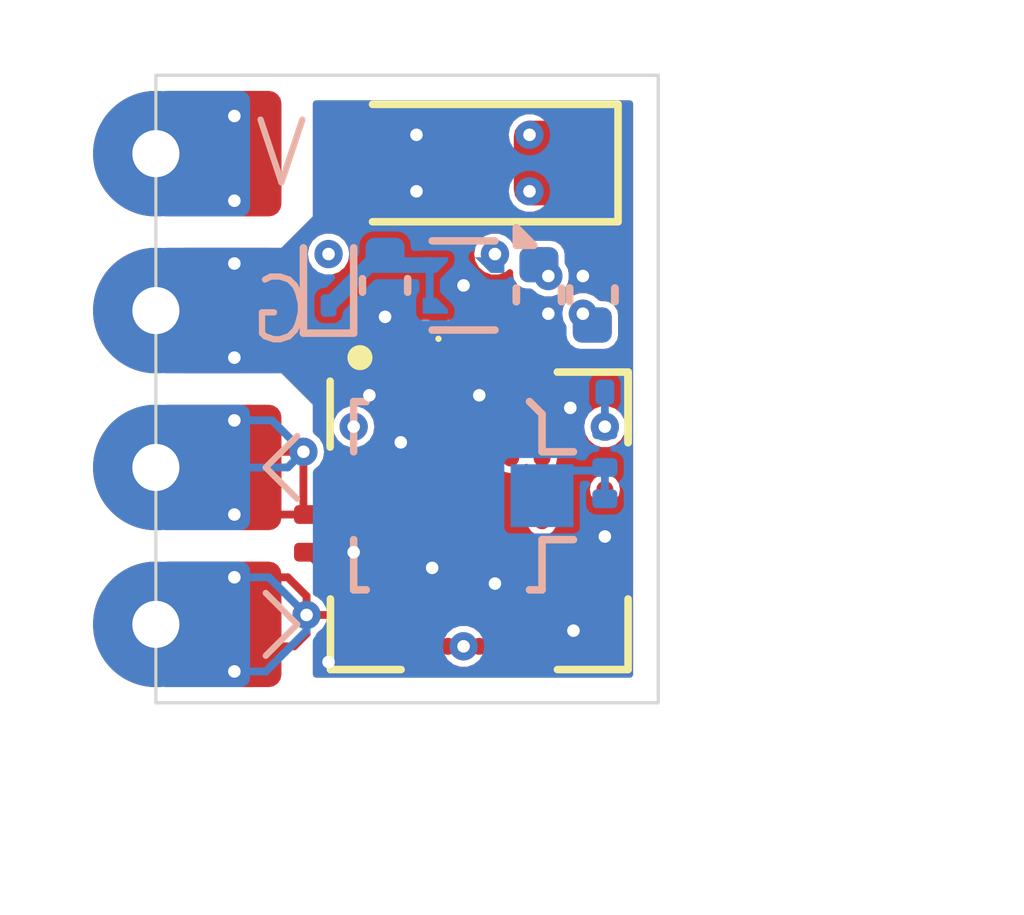
<source format=kicad_pcb>
(kicad_pcb (version 20240108) (generator "pcbnew") (generator_version "8.0")
  (layers (0 "F.Cu" signal) (1 "In1.Cu" power "In1.Cu_Gnd") (2 "In2.Cu" power "In2.Cu_3V3") (3 "In3.Cu" power "In3.Cu_3V3") (4 "In4.Cu" power "In4.Cu_Gnd") (31 "B.Cu" signal) (34 "B.Paste" user) (35 "F.Paste" user) (36 "B.SilkS" user "B.Silkscreen") (37 "F.SilkS" user "F.Silkscreen") (38 "B.Mask" user) (39 "F.Mask" user) (44 "Edge.Cuts" user))
  (net 0 "")
  (net 1 "GND")
  (net 2 "+5V")
  (net 3 "+3V3")
  (net 4 "Net-(D1-A)")
  (net 5 "Net-(J1-In)")
  (net 6 "Net-(R1-Pad1)")
  (net 7 "GNSS_Tx")
  (net 8 "GNSS_Rx")
  (net 9 "Net-(U1-Reserved-PadD2)")
  (net 28 "Net-(D2-K)")
  (net 29 "Net-(D2-A)")
  (net 31 "Net-(U1-RF_IN)")
  (footprint "PicoM10:LED_0201_0603Metric_mod" (layer "F.Cu") (at 105.05 104.2)
    (property "Reference" "D2" (hide yes))
    (property "Value" "LED")
    (fp_circle (center -0.55 0) (end -0.499999 0) (fill solid) (layer "F.SilkS"))
    (pad "1" smd roundrect (at -0.3 0) (size 0.3 0.4) (layers "F.Cu" "F.Paste" "F.Mask") (net 28 "Net-(D2-K)"))
    (pad "2" smd roundrect (at 0.3 0) (size 0.3 0.4) (layers "F.Cu" "F.Paste" "F.Mask") (net 29 "Net-(D2-A)"))
  )
  (footprint "PicoM10:R_0201_0603Metric_mod" (layer "F.Cu") (at 102.4 107.3 -90)
    (property "Reference" "R1" (hide yes))
    (property "Value" "1k")
    (pad "1" smd roundrect (at -0.3 0 270) (size 0.3 0.4) (layers "F.Cu" "F.Paste" "F.Mask") (net 6 "Net-(R1-Pad1)"))
    (pad "2" smd roundrect (at 0.3 0 270) (size 0.3 0.4) (layers "F.Cu" "F.Paste" "F.Mask") (net 7 "GNSS_Tx"))
  )
  (footprint "PicoM10:R_0201_0603Metric_mod" (layer "F.Cu") (at 103.95 104.2)
    (property "Reference" "R2" (hide yes))
    (property "Value" "1k")
    (pad "1" smd roundrect (at -0.3 0) (size 0.3 0.4) (layers "F.Cu" "F.Paste" "F.Mask") (net 1 "GND"))
    (pad "2" smd roundrect (at 0.3 0) (size 0.3 0.4) (layers "F.Cu" "F.Paste" "F.Mask") (net 28 "Net-(D2-K)"))
  )
  (footprint "PicoM10:solderpad_castellated_2x2mm" (layer "F.Cu") (at 100 108.75)
    (property "Reference" "TP4" (hide yes))
    (property "Value" "Rx_in")
    (pad "1" thru_hole circle (at 0 0) (size 2 2) (drill 0.75) (layers "*.Cu" "*.Mask") (net 8 "GNSS_Rx"))
    (pad "1" smd roundrect (at 0.75 0) (size 1.5 2) (layers "B.Cu" "B.Mask") (roundrect_rratio 0.1) (net 8 "GNSS_Rx"))
    (pad "1" smd roundrect (at 1 0) (size 2 2) (layers "F.Cu" "F.Mask") (roundrect_rratio 0.1) (net 8 "GNSS_Rx"))
  )
  (footprint "Capacitor_Tantalum_SMD:CP_EIA-3216-10_Kemet-I" (layer "F.Cu") (at 105.05 101.4 180)
    (property "Reference" "C6" (hide yes))
    (property "Value" "100uF")
    (fp_line (start 1.6 -0.935) (end -2.31 -0.935) (stroke (width 0.12)) (layer "F.SilkS"))
    (fp_line (start -2.31 0.935) (end 1.6 0.935) (stroke (width 0.12)) (layer "F.SilkS"))
    (fp_line (start -2.31 -0.935) (end -2.31 0.935) (stroke (width 0.12)) (layer "F.SilkS"))
    (pad "1" smd roundrect (at -1.35 0 180) (size 1.4 1.35) (layers "F.Cu" "F.Paste" "F.Mask") (roundrect_rratio 0.185185) (net 3 "+3V3"))
    (pad "2" smd roundrect (at 1.35 0 180) (size 1.4 1.35) (layers "F.Cu" "F.Paste" "F.Mask") (roundrect_rratio 0.185185) (net 1 "GND"))
  )
  (footprint "PicoM10:solderpad_castellated_2x2mm" (layer "F.Cu") (at 100 103.75)
    (property "Reference" "TP2" (hide yes))
    (property "Value" "Gnd")
    (pad "1" thru_hole circle (at 0 0) (size 2 2) (drill 0.75) (layers "*.Cu" "*.Mask") (net 1 "GND"))
    (pad "1" smd roundrect (at 0.75 0) (size 1.5 2) (layers "B.Cu" "B.Mask") (roundrect_rratio 0.1) (net 1 "GND"))
    (pad "1" smd roundrect (at 1 0) (size 2 2) (layers "F.Cu" "F.Mask") (roundrect_rratio 0.1) (net 1 "GND"))
  )
  (footprint "Capacitor_SMD:C_0402_1005Metric" (layer "F.Cu") (at 106.1 103.5 -90)
    (property "Reference" "C5" (hide yes))
    (property "Value" "10uF")
    (fp_line (start -0.107836 0.36) (end 0.107836 0.36) (stroke (width 0.12)) (layer "F.SilkS"))
    (fp_line (start -0.107836 -0.36) (end 0.107836 -0.36) (stroke (width 0.12)) (layer "F.SilkS"))
    (pad "1" smd roundrect (at -0.48 0 270) (size 0.56 0.62) (layers "F.Cu" "F.Paste" "F.Mask") (net 3 "+3V3"))
    (pad "2" smd roundrect (at 0.48 0 270) (size 0.56 0.62) (layers "F.Cu" "F.Paste" "F.Mask") (net 1 "GND"))
  )
  (footprint "PicoM10:solderpad_castellated_2x2mm" (layer "F.Cu") (at 100 106.25)
    (property "Reference" "TP3" (hide yes))
    (property "Value" "Tx_out")
    (pad "1" thru_hole circle (at 0 0) (size 2 2) (drill 0.75) (layers "*.Cu" "*.Mask") (net 6 "Net-(R1-Pad1)"))
    (pad "1" smd roundrect (at 0.75 0) (size 1.5 2) (layers "B.Cu" "B.Mask") (roundrect_rratio 0.1) (net 6 "Net-(R1-Pad1)"))
    (pad "1" smd roundrect (at 1 0) (size 2 2) (layers "F.Cu" "F.Mask") (roundrect_rratio 0.1) (net 6 "Net-(R1-Pad1)"))
  )
  (footprint "PicoM10:solderpad_castellated_2x2mm" (layer "F.Cu") (at 100 101.25)
    (property "Reference" "TP1" (hide yes))
    (property "Value" "Vin")
    (pad "1" thru_hole circle (at 0 0) (size 2 2) (drill 0.75) (layers "*.Cu" "*.Mask") (net 4 "Net-(D1-A)"))
    (pad "1" smd roundrect (at 0.75 0) (size 1.5 2) (layers "B.Cu" "B.Mask") (roundrect_rratio 0.1) (net 4 "Net-(D1-A)"))
    (pad "1" smd roundrect (at 1 0) (size 2 2) (layers "F.Cu" "F.Mask") (roundrect_rratio 0.1) (net 4 "Net-(D1-A)"))
  )
  (footprint "Capacitor_SMD:C_0402_1005Metric" (layer "F.Cu") (at 106.95 103.5 90)
    (property "Reference" "C2" (hide yes))
    (property "Value" "10uF")
    (fp_line (start -0.107836 -0.36) (end 0.107836 -0.36) (stroke (width 0.12)) (layer "F.SilkS"))
    (fp_line (start -0.107836 0.36) (end 0.107836 0.36) (stroke (width 0.12)) (layer "F.SilkS"))
    (pad "1" smd roundrect (at -0.48 0 90) (size 0.56 0.62) (layers "F.Cu" "F.Paste" "F.Mask") (net 3 "+3V3"))
    (pad "2" smd roundrect (at 0.48 0 90) (size 0.56 0.62) (layers "F.Cu" "F.Paste" "F.Mask") (net 1 "GND"))
  )
  (footprint "PicoM10:SLGA-53_MIA-M10Q" (layer "F.Cu") (at 105.15 107.1)
    (property "Reference" "U1" (hide yes))
    (property "Value" "MIA-M10Q")
    (fp_line (start -2.375 -2.225) (end -2.375 -1.175) (stroke (width 0.12)) (layer "F.SilkS"))
    (fp_line (start -2.37 2.37) (end -2.37 1.245) (stroke (width 0.12)) (layer "F.SilkS"))
    (fp_line (start -1.245 2.37) (end -2.37 2.37) (stroke (width 0.12)) (layer "F.SilkS"))
    (fp_line (start 1.245 -2.37) (end 2.37 -2.37) (stroke (width 0.12)) (layer "F.SilkS"))
    (fp_line (start 1.245 -2.37) (end 2.37 -2.37) (stroke (width 0.12)) (layer "F.SilkS"))
    (fp_line (start 1.245 -2.37) (end 2.37 -2.37) (stroke (width 0.12)) (layer "F.SilkS"))
    (fp_line (start 1.245 2.37) (end 2.37 2.37) (stroke (width 0.12)) (layer "F.SilkS"))
    (fp_line (start 2.37 -2.37) (end 2.37 -1.245) (stroke (width 0.12)) (layer "F.SilkS"))
    (fp_line (start 2.37 -2.37) (end 2.37 -1.245) (stroke (width 0.12)) (layer "F.SilkS"))
    (fp_line (start 2.37 -2.37) (end 2.37 -1.245) (stroke (width 0.12)) (layer "F.SilkS"))
    (fp_line (start 2.37 2.37) (end 2.37 1.245) (stroke (width 0.12)) (layer "F.SilkS"))
    (fp_circle (center -1.9 -2.600001) (end -1.9 -2.5) (stroke (width 0.2)) (fill none) (layer "F.SilkS"))
    (pad "A1" smd circle (at -2 -2) (size 0.27 0.27) (layers "F.Cu" "F.Paste" "F.Mask") (net 1 "GND"))
    (pad "A2" smd circle (at -1.5 -2) (size 0.27 0.27) (layers "F.Cu" "F.Paste" "F.Mask") (net 1 "GND"))
    (pad "A3" smd circle (at -1 -2) (size 0.27 0.27) (layers "F.Cu" "F.Paste" "F.Mask") (net 1 "GND"))
    (pad "A4" smd circle (at -0.5 -2) (size 0.27 0.27) (layers "F.Cu" "F.Paste" "F.Mask"))
    (pad "A5" smd circle (at 0 -2.000001) (size 0.27 0.27) (layers "F.Cu" "F.Paste" "F.Mask") (net 1 "GND"))
    (pad "A6" smd circle (at 0.5 -2) (size 0.27 0.27) (layers "F.Cu" "F.Paste" "F.Mask"))
    (pad "A7" smd circle (at 1 -2) (size 0.27 0.27) (layers "F.Cu" "F.Paste" "F.Mask") (net 29 "Net-(D2-A)"))
    (pad "A8" smd circle (at 1.5 -2) (size 0.27 0.27) (layers "F.Cu" "F.Paste" "F.Mask") (net 1 "GND"))
    (pad "A9" smd circle (at 2 -2) (size 0.27 0.27) (layers "F.Cu" "F.Paste" "F.Mask") (net 1 "GND"))
    (pad "B1" smd circle (at -2 -1.5) (size 0.27 0.27) (layers "F.Cu" "F.Paste" "F.Mask") (net 3 "+3V3"))
    (pad "B2" smd circle (at -1.5 -1.5) (size 0.27 0.27) (layers "F.Cu" "F.Paste" "F.Mask") (net 1 "GND"))
    (pad "B8" smd circle (at 1.5 -1.5) (size 0.27 0.27) (layers "F.Cu" "F.Paste" "F.Mask") (net 1 "GND"))
    (pad "B9" smd circle (at 2 -1.5) (size 0.27 0.27) (layers "F.Cu" "F.Paste" "F.Mask") (net 31 "Net-(U1-RF_IN)"))
    (pad "C1" smd circle (at -2 -1) (size 0.27 0.27) (layers "F.Cu" "F.Paste" "F.Mask"))
    (pad "C3" smd circle (at -1 -1) (size 0.27 0.27) (layers "F.Cu" "F.Paste" "F.Mask") (net 1 "GND"))
    (pad "C4" smd circle (at -0.5 -1) (size 0.27 0.27) (layers "F.Cu" "F.Paste" "F.Mask"))
    (pad "C5" smd circle (at 0 -1) (size 0.27 0.27) (layers "F.Cu" "F.Paste" "F.Mask"))
    (pad "C6" smd circle (at 0.5 -1) (size 0.27 0.27) (layers "F.Cu" "F.Paste" "F.Mask"))
    (pad "C7" smd circle (at 1 -1) (size 0.27 0.27) (layers "F.Cu" "F.Paste" "F.Mask"))
    (pad "C9" smd circle (at 2 -1) (size 0.27 0.27) (layers "F.Cu" "F.Paste" "F.Mask") (net 1 "GND"))
    (pad "D1" smd circle (at -2 -0.5) (size 0.27 0.27) (layers "F.Cu" "F.Paste" "F.Mask"))
    (pad "D2" smd circle (at -1.5 -0.5) (size 0.27 0.27) (layers "F.Cu" "F.Paste" "F.Mask") (net 9 "Net-(U1-Reserved-PadD2)"))
    (pad "D9" smd circle (at 2 -0.5) (size 0.27 0.27) (layers "F.Cu" "F.Paste" "F.Mask"))
    (pad "E1" smd circle (at -2.000001 0) (size 0.27 0.27) (layers "F.Cu" "F.Paste" "F.Mask"))
    (pad "E2" smd circle (at -1.5 0) (size 0.27 0.27) (layers "F.Cu" "F.Paste" "F.Mask") (net 9 "Net-(U1-Reserved-PadD2)"))
    (pad "E3" smd circle (at -1 0) (size 0.27 0.27) (layers "F.Cu" "F.Paste" "F.Mask") (net 1 "GND"))
    (pad "E4" smd circle (at -0.499999 0) (size 0.27 0.27) (layers "F.Cu" "F.Paste" "F.Mask") (net 1 "GND"))
    (pad "E7" smd circle (at 1 0) (size 0.27 0.27) (layers "F.Cu" "F.Paste" "F.Mask"))
    (pad "E9" smd circle (at 2.000001 0) (size 0.27 0.27) (layers "F.Cu" "F.Paste" "F.Mask") (net 1 "GND"))
    (pad "F1" smd circle (at -2 0.5) (size 0.27 0.27) (layers "F.Cu" "F.Paste" "F.Mask") (net 1 "GND"))
    (pad "F3" smd circle (at -1 0.5) (size 0.27 0.27) (layers "F.Cu" "F.Paste" "F.Mask") (net 1 "GND"))
    (pad "F4" smd circle (at -0.5 0.5) (size 0.27 0.27) (layers "F.Cu" "F.Paste" "F.Mask") (net 1 "GND"))
    (pad "F7" smd circle (at 1 0.5) (size 0.27 0.27) (layers "F.Cu" "F.Paste" "F.Mask"))
    (pad "F9" smd circle (at 2 0.5) (size 0.27 0.27) (layers "F.Cu" "F.Paste" "F.Mask") (net 1 "GND"))
    (pad "G1" smd circle (at -2 1) (size 0.27 0.27) (layers "F.Cu" "F.Paste" "F.Mask") (net 7 "GNSS_Tx"))
    (pad "G3" smd circle (at -1 1) (size 0.27 0.27) (layers "F.Cu" "F.Paste" "F.Mask") (net 1 "GND"))
    (pad "G4" smd circle (at -0.5 1) (size 0.27 0.27) (layers "F.Cu" "F.Paste" "F.Mask") (net 1 "GND"))
    (pad "G5" smd circle (at 0 1) (size 0.27 0.27) (layers "F.Cu" "F.Paste" "F.Mask") (net 1 "GND"))
    (pad "G6" smd circle (at 0.5 1) (size 0.27 0.27) (layers "F.Cu" "F.Paste" "F.Mask") (net 1 "GND"))
    (pad "G7" smd circle (at 1 1) (size 0.27 0.27) (layers "F.Cu" "F.Paste" "F.Mask") (net 1 "GND"))
    (pad "G9" smd circle (at 2 1) (size 0.27 0.27) (layers "F.Cu" "F.Paste" "F.Mask"))
    (pad "H1" smd circle (at -2 1.5) (size 0.27 0.27) (layers "F.Cu" "F.Paste" "F.Mask") (net 8 "GNSS_Rx"))
    (pad "H8" smd circle (at 1.5 1.5) (size 0.27 0.27) (layers "F.Cu" "F.Paste" "F.Mask") (net 1 "GND"))
    (pad "H9" smd circle (at 2 1.5) (size 0.27 0.27) (layers "F.Cu" "F.Paste" "F.Mask"))
    (pad "J1" smd circle (at -2 2) (size 0.27 0.27) (layers "F.Cu" "F.Paste" "F.Mask"))
    (pad "J2" smd circle (at -1.5 2) (size 0.27 0.27) (layers "F.Cu" "F.Paste" "F.Mask"))
    (pad "J3" smd circle (at -1 2) (size 0.27 0.27) (layers "F.Cu" "F.Paste" "F.Mask"))
    (pad "J4" smd circle (at -0.5 2) (size 0.27 0.27) (layers "F.Cu" "F.Paste" "F.Mask") (net 3 "+3V3"))
    (pad "J5" smd circle (at 0 2.000001) (size 0.27 0.27) (layers "F.Cu" "F.Paste" "F.Mask") (net 3 "+3V3"))
    (pad "J6" smd circle (at 0.5 2) (size 0.27 0.27) (layers "F.Cu" "F.Paste" "F.Mask"))
    (pad "J7" smd circle (at 1 2) (size 0.27 0.27) (layers "F.Cu" "F.Paste" "F.Mask"))
    (pad "J8" smd circle (at 1.5 2) (size 0.27 0.27) (layers "F.Cu" "F.Paste" "F.Mask") (net 1 "GND"))
    (pad "J9" smd circle (at 2 2) (size 0.27 0.27) (layers "F.Cu" "F.Paste" "F.Mask") (net 1 "GND"))
  )
  (footprint "PicoM10:C_0201_0603Metric_mod" (layer "B.Cu") (at 106.85 105.05 180)
    (property "Reference" "L1" (hide yes))
    (property "Value" "TBD")
    (pad "1" smd roundrect (at -0.3 0 180) (size 0.3 0.4) (layers "B.Cu" "B.Paste" "B.Mask") (net 31 "Net-(U1-RF_IN)"))
    (pad "2" smd roundrect (at 0.3 0 180) (size 0.3 0.4) (layers "B.Cu" "B.Paste" "B.Mask") (net 1 "GND"))
  )
  (footprint "Capacitor_SMD:C_0402_1005Metric" (layer "B.Cu") (at 103.65 103.35 -90)
    (property "Reference" "C1" (hide yes))
    (property "Value" "10uF")
    (fp_line (start 0.107836 0.36) (end -0.107836 0.36) (stroke (width 0.12)) (layer "B.SilkS"))
    (fp_line (start 0.107836 -0.36) (end -0.107836 -0.36) (stroke (width 0.12)) (layer "B.SilkS"))
    (pad "1" smd roundrect (at -0.48 0 270) (size 0.56 0.62) (layers "B.Cu" "B.Paste" "B.Mask") (net 2 "+5V"))
    (pad "2" smd roundrect (at 0.48 0 270) (size 0.56 0.62) (layers "B.Cu" "B.Paste" "B.Mask") (net 1 "GND"))
  )
  (footprint "PicoM10:C_0201_0603Metric_mod" (layer "B.Cu") (at 107.15 107.05 -90)
    (property "Reference" "L2" (hide yes))
    (property "Value" "TBD")
    (pad "1" smd roundrect (at -0.3 0 270) (size 0.3 0.4) (layers "B.Cu" "B.Paste" "B.Mask") (net 5 "Net-(J1-In)"))
    (pad "2" smd roundrect (at 0.3 0 270) (size 0.3 0.4) (layers "B.Cu" "B.Paste" "B.Mask") (net 1 "GND"))
  )
  (footprint "Package_DFN_QFN:UDFN-4-1EP_1x1mm_P0.65mm_EP0.48x0.48mm" (layer "B.Cu") (at 104.9 103.35 180)
    (property "Reference" "U2" (hide yes))
    (property "Value" "NCP160xMX")
    (fp_line (start -0.5 0.71) (end 0.5 0.71) (stroke (width 0.12)) (layer "B.SilkS"))
    (fp_line (start -0.5 -0.71) (end 0.5 -0.71) (stroke (width 0.12)) (layer "B.SilkS"))
    (fp_poly (pts (xy -0.84 0.64) (xy -1.12 0.64) (xy -0.84 0.92) (xy -0.84 0.64)) (stroke (width 0.12)) (fill solid) (layer "B.SilkS"))
    (pad "1" smd custom (at -0.54 0.325 180) (size 0.22 0.25) (layers "B.Cu" "B.Paste" "B.Mask") (net 3 "+3V3") (options (clearance outline) (anchor rect)) (primitives (gr_poly (pts (xy 0.11 -0.125) (xy 0.11 0.125) (xy 0.36 0.125)) (width 0) (fill yes))))
    (pad "2" smd custom (at -0.54 -0.325 180) (size 0.22 0.25) (layers "B.Cu" "B.Paste" "B.Mask") (net 1 "GND") (options (clearance outline) (anchor rect)) (primitives (gr_poly (pts (xy 0.29 -0.055) (xy 0.29 -0.125) (xy 0.11 -0.125) (xy 0.11 0.125)) (width 0) (fill yes))))
    (pad "3" smd custom (at 0.54 -0.325 180) (size 0.22 0.25) (layers "B.Cu" "B.Paste" "B.Mask") (net 2 "+5V") (options (clearance outline) (anchor rect)) (primitives (gr_poly (pts (xy -0.11 -0.125) (xy -0.29 -0.125) (xy -0.29 -0.055) (xy -0.11 0.125)) (width 0) (fill yes))))
    (pad "4" smd custom (at 0.54 0.325 180) (size 0.22 0.25) (layers "B.Cu" "B.Paste" "B.Mask") (net 2 "+5V") (options (clearance outline) (anchor rect)) (primitives (gr_poly (pts (xy -0.11 -0.125) (xy -0.29 0.055) (xy -0.29 0.125) (xy -0.11 0.125)) (width 0) (fill yes))))
    (pad "5" smd rect (at 0 0 135) (size 0.48 0.48) (layers "B.Cu" "B.Paste" "B.Mask") (net 1 "GND"))
  )
  (footprint "Capacitor_SMD:C_0402_1005Metric" (layer "B.Cu") (at 106.95 103.5 90)
    (property "Reference" "C4" (hide yes))
    (property "Value" "10uF")
    (fp_line (start 0.107836 -0.36) (end -0.107836 -0.36) (stroke (width 0.12)) (layer "B.SilkS"))
    (fp_line (start 0.107836 0.36) (end -0.107836 0.36) (stroke (width 0.12)) (layer "B.SilkS"))
    (pad "1" smd roundrect (at -0.48 0 90) (size 0.56 0.62) (layers "B.Cu" "B.Paste" "B.Mask") (net 3 "+3V3"))
    (pad "2" smd roundrect (at 0.48 0 90) (size 0.56 0.62) (layers "B.Cu" "B.Paste" "B.Mask") (net 1 "GND"))
  )
  (footprint "Connector_Coaxial:U.FL_Molex_MCRF_73412-0110_Vertical" (layer "B.Cu") (at 104.65 106.7 -90)
    (property "Reference" "J1" (hide yes))
    (property "Value" "Conn_Coaxial")
    (fp_line (start -1.5 1.5) (end -1.5 1.3) (stroke (width 0.12)) (layer "B.SilkS"))
    (fp_line (start -0.7 1.5) (end -1.5 1.5) (stroke (width 0.12)) (layer "B.SilkS"))
    (fp_line (start 1.5 1.5) (end 0.7 1.5) (stroke (width 0.12)) (layer "B.SilkS"))
    (fp_line (start 1.5 1.3) (end 1.5 1.5) (stroke (width 0.12)) (layer "B.SilkS"))
    (fp_line (start -1.5 -1.3) (end -1.3 -1.5) (stroke (width 0.12)) (layer "B.SilkS"))
    (fp_line (start -1.3 -1.5) (end -0.7 -1.5) (stroke (width 0.12)) (layer "B.SilkS"))
    (fp_line (start 0.7 -1.5) (end 1.5 -1.5) (stroke (width 0.12)) (layer "B.SilkS"))
    (fp_line (start 1.5 -1.5) (end 1.5 -1.3) (stroke (width 0.12)) (layer "B.SilkS"))
    (fp_line (start -0.7 -2) (end -0.7 -1.5) (stroke (width 0.12)) (layer "B.SilkS"))
    (fp_line (start 0.7 -2) (end 0.7 -1.5) (stroke (width 0.12)) (layer "B.SilkS"))
    (pad "1" smd rect (at 0 -1.5 270) (size 1 1) (layers "B.Cu" "B.Paste" "B.Mask") (net 5 "Net-(J1-In)"))
    (pad "2" smd rect (at -1.475001 0 270) (size 1.05 2.2) (layers "B.Cu" "B.Paste" "B.Mask") (net 1 "GND"))
    (pad "2" smd rect (at 0 1.5 270) (size 1 1) (layers "B.Cu" "B.Paste" "B.Mask") (net 1 "GND"))
    (pad "2" smd rect (at 1.475001 0 270) (size 1.05 2.2) (layers "B.Cu" "B.Paste" "B.Mask") (net 1 "GND"))
  )
  (footprint "Capacitor_SMD:C_0402_1005Metric" (layer "B.Cu") (at 106.1 103.5 -90)
    (property "Reference" "C3" (hide yes))
    (property "Value" "10uF")
    (fp_line (start 0.107836 0.36) (end -0.107836 0.36) (stroke (width 0.12)) (layer "B.SilkS"))
    (fp_line (start 0.107836 -0.36) (end -0.107836 -0.36) (stroke (width 0.12)) (layer "B.SilkS"))
    (pad "1" smd roundrect (at -0.48 0 270) (size 0.56 0.62) (layers "B.Cu" "B.Paste" "B.Mask") (net 3 "+3V3"))
    (pad "2" smd roundrect (at 0.48 0 270) (size 0.56 0.62) (layers "B.Cu" "B.Paste" "B.Mask") (net 1 "GND"))
  )
  (footprint "PicoM10:C_0201_0603Metric_mod" (layer "B.Cu") (at 107.15 105.95 90)
    (property "Reference" "C7" (hide yes))
    (property "Value" "TBD")
    (pad "1" smd roundrect (at -0.3 0 90) (size 0.3 0.4) (layers "B.Cu" "B.Paste" "B.Mask") (net 5 "Net-(J1-In)"))
    (pad "2" smd roundrect (at 0.3 0 90) (size 0.3 0.4) (layers "B.Cu" "B.Paste" "B.Mask") (net 31 "Net-(U1-RF_IN)"))
  )
  (footprint "Diode_SMD:D_SOD-923" (layer "B.Cu") (at 102.75 103.25 90)
    (property "Reference" "D1" (hide yes))
    (property "Value" "D_Schottky")
    (fp_line (start -0.86 -0.4) (end 0.5 -0.4) (stroke (width 0.12)) (layer "B.SilkS"))
    (fp_line (start -0.86 -0.4) (end -0.86 0.4) (stroke (width 0.12)) (layer "B.SilkS"))
    (fp_line (start -0.86 0.4) (end 0.5 0.4) (stroke (width 0.12)) (layer "B.SilkS"))
    (pad "1" smd roundrect (at -0.42 0 270) (size 0.36 0.25) (layers "B.Cu" "B.Paste" "B.Mask") (net 2 "+5V"))
    (pad "2" smd roundrect (at 0.42 0 270) (size 0.36 0.25) (layers "B.Cu" "B.Paste" "B.Mask") (net 4 "Net-(D1-A)"))
  )
  (gr_line (start 102.25 108.75) (end 101.75 109.25) (stroke (width 0.1)) (layer "B.SilkS"))
  (gr_line (start 101.75 108.25) (end 102.25 108.75) (stroke (width 0.1)) (layer "B.SilkS"))
  (gr_line (start 101.75 106.25) (end 102.25 106.75) (stroke (width 0.1)) (layer "B.SilkS"))
  (gr_line (start 101.75 106.25) (end 102.25 105.75) (stroke (width 0.1)) (layer "B.SilkS"))
  (gr_line (start 108 110) (end 100 110) (stroke (width 0.05)) (layer "Edge.Cuts"))
  (gr_line (start 100 110) (end 100 100) (stroke (width 0.05)) (layer "Edge.Cuts"))
  (gr_line (start 108 100) (end 108 110) (stroke (width 0.05)) (layer "Edge.Cuts"))
  (gr_line (start 100 100) (end 108 100) (stroke (width 0.05)) (layer "Edge.Cuts"))
  (gr_text "V" (at 102 101.25 0) (layer "B.SilkS") (effects (font (size 1 1) (thickness 0.1)) (justify mirror)))
  (gr_text "G" (at 102 103.75 0) (layer "B.SilkS") (effects (font (size 1 1) (thickness 0.1)) (justify mirror)))
  (segment (start 103.65 104.2) (end 103.65 103.85) (width 0.125) (layer "F.Cu") (net 1))
  (segment (start 107.150001 107.070712) (end 107.150001 107.070711) (width 0.1) (layer "F.Cu") (net 1))
  (segment (start 105.15 105.07071) (end 105.15 105.099999) (width 0.1) (layer "F.Cu") (net 1))
  (segment (start 107.15 107.57071) (end 107.150001 107.070712) (width 0.1) (layer "F.Cu") (net 1))
  (via (at 105.4 108.1) (size 0.45) (drill 0.2) (layers "F.Cu" "B.Cu") (net 1))
  (via (at 106.8 103.2) (size 0.45) (drill 0.2) (layers "F.Cu" "B.Cu") (net 1))
  (via (at 103.4 105.1) (size 0.45) (drill 0.2) (layers "F.Cu" "B.Cu") (net 1))
  (via (at 106.65 108.85) (size 0.45) (drill 0.2) (layers "F.Cu" "B.Cu") (net 1))
  (via (at 107.150001 107.35) (size 0.45) (drill 0.2) (layers "F.Cu" "B.Cu") (net 1))
  (via (at 103.15 107.6) (size 0.45) (drill 0.2) (layers "F.Cu" "B.Cu") (net 1))
  (via (at 106.25 103.8) (size 0.45) (drill 0.2) (layers "F.Cu" "B.Cu") (net 1))
  (via (at 106.6 105.3) (size 0.45) (drill 0.2) (layers "F.Cu" "B.Cu") (net 1))
  (via (at 104.9 103.35) (size 0.45) (drill 0.2) (layers "F.Cu" "B.Cu") (net 1))
  (via (at 105.15 105.099999) (size 0.45) (drill 0.2) (layers "F.Cu" "B.Cu") (net 1))
  (via (at 102.75 109.35) (size 0.45) (drill 0.2) (layers "F.Cu" "B.Cu") (net 1))
  (via (at 104.15 100.95) (size 0.45) (drill 0.2) (layers "F.Cu" "B.Cu") (net 1))
  (via (at 101.25 104.5) (size 0.45) (drill 0.2) (layers "F.Cu" "B.Cu") (net 1))
  (via (at 101.25 103) (size 0.45) (drill 0.2) (layers "F.Cu" "B.Cu") (net 1))
  (via (at 104.4 107.85) (size 0.45) (drill 0.2) (layers "F.Cu" "B.Cu") (net 1))
  (via (at 104.15 101.85) (size 0.45) (drill 0.2) (layers "F.Cu" "B.Cu") (net 1))
  (via (at 103.65 103.85) (size 0.45) (drill 0.2) (layers "F.Cu" "B.Cu") (net 1))
  (via (at 103.9 105.85) (size 0.45) (drill 0.2) (layers "F.Cu" "B.Cu") (net 1))
  (segment (start 103.55 102.87) (end 103.65 102.87) (width 0.25) (layer "B.Cu") (net 2))
  (segment (start 104.36 103.675) (end 104.36 103.025) (width 0.125) (layer "B.Cu") (net 2))
  (segment (start 103.805 103.025) (end 103.65 102.87) (width 0.25) (layer "B.Cu") (net 2))
  (segment (start 104.36 103.025) (end 103.805 103.025) (width 0.25) (layer "B.Cu") (net 2))
  (segment (start 102.75 103.67) (end 103.55 102.87) (width 0.25) (layer "B.Cu") (net 2))
  (segment (start 104.9 109.1) (end 104.65 109.1) (width 0.1) (layer "F.Cu") (net 3))
  (segment (start 105.149999 109.1) (end 105.15 109.100001) (width 0.1) (layer "F.Cu") (net 3))
  (segment (start 104.9 109.1) (end 105.149999 109.1) (width 0.1) (layer "F.Cu") (net 3))
  (via (at 104.9 109.1) (size 0.45) (drill 0.2) (layers "F.Cu" "B.Cu") (net 3))
  (via (at 106.8 103.8) (size 0.45) (drill 0.2) (layers "F.Cu" "B.Cu") (net 3))
  (via (at 105.4 102.85) (size 0.45) (drill 0.2) (layers "F.Cu" "B.Cu") (net 3))
  (via (at 106.25 103.2) (size 0.45) (drill 0.2) (layers "F.Cu" "B.Cu") (net 3))
  (via (at 105.95 101.85) (size 0.45) (drill 0.2) (layers "F.Cu" "B.Cu") (net 3))
  (via (at 105.95 100.95) (size 0.45) (drill 0.2) (layers "F.Cu" "B.Cu") (net 3))
  (via (at 103.15 105.6) (size 0.45) (drill 0.2) (layers "F.Cu" "B.Cu") (net 3))
  (segment (start 101.07 101.18) (end 101 101.25) (width 0.25) (layer "F.Cu") (net 4))
  (via (at 101.25 102) (size 0.45) (drill 0.2) (layers "F.Cu" "B.Cu") (net 4))
  (via (at 101.25 100.65) (size 0.45) (drill 0.2) (layers "F.Cu" "B.Cu") (net 4))
  (via (at 102.75 102.85) (size 0.45) (drill 0.2) (layers "F.Cu" "B.Cu") (net 4))
  (segment (start 100.82 101.18) (end 100.75 101.25) (width 0.25) (layer "B.Cu") (net 4))
  (segment (start 107.1 106.3) (end 106.55 106.3) (width 0.125) (layer "B.Cu") (net 5))
  (segment (start 107.15 106.25) (end 107.1 106.3) (width 0.125) (layer "B.Cu") (net 5))
  (segment (start 107.15 106.25) (end 107.15 106.75) (width 0.125) (layer "B.Cu") (net 5))
  (segment (start 106.55 106.3) (end 106.15 106.7) (width 0.125) (layer "B.Cu") (net 5))
  (segment (start 101.25 106) (end 101 106.25) (width 0.125) (layer "F.Cu") (net 6))
  (segment (start 102.4 107) (end 102.35 106.95) (width 0.125) (layer "F.Cu") (net 6))
  (segment (start 102.35 106) (end 101.25 106) (width 0.125) (layer "F.Cu") (net 6))
  (segment (start 102.35 106.95) (end 102.35 106) (width 0.125) (layer "F.Cu") (net 6))
  (segment (start 102.4 107) (end 101.25 107) (width 0.125) (layer "F.Cu") (net 6))
  (via (at 102.35 106) (size 0.45) (drill 0.2) (layers "F.Cu" "B.Cu") (net 6))
  (via (at 101.25 107) (size 0.45) (drill 0.2) (layers "F.Cu" "B.Cu") (net 6))
  (via (at 101.25 105.5) (size 0.45) (drill 0.2) (layers "F.Cu" "B.Cu") (net 6))
  (segment (start 102.35 106) (end 101.85 105.5) (width 0.125) (layer "B.Cu") (net 6))
  (segment (start 102.1 106.25) (end 100.75 106.25) (width 0.125) (layer "B.Cu") (net 6))
  (segment (start 101.85 105.5) (end 101.25 105.5) (width 0.125) (layer "B.Cu") (net 6))
  (segment (start 102.35 106) (end 102.1 106.25) (width 0.125) (layer "B.Cu") (net 6))
  (segment (start 102.9 108.1) (end 102.4 107.6) (width 0.125) (layer "F.Cu") (net 7))
  (segment (start 103.15 108.1) (end 102.9 108.1) (width 0.125) (layer "F.Cu") (net 7))
  (segment (start 102.4 108.6) (end 102.4 108.9) (width 0.125) (layer "F.Cu") (net 8))
  (segment (start 102.2 109.1) (end 101.65 109.1) (width 0.125) (layer "F.Cu") (net 8))
  (segment (start 103.15 108.6) (end 102.4 108.6) (width 0.125) (layer "F.Cu") (net 8))
  (segment (start 101.65 109.1) (end 101.25 109.5) (width 0.125) (layer "F.Cu") (net 8))
  (segment (start 102.4 108.3) (end 102.1 108) (width 0.125) (layer "F.Cu") (net 8))
  (segment (start 101.25 108) (end 101.85 108.6) (width 0.125) (layer "F.Cu") (net 8))
  (segment (start 102.1 108) (end 101.25 108) (width 0.125) (layer "F.Cu") (net 8))
  (segment (start 102.4 108.9) (end 102.2 109.1) (width 0.125) (layer "F.Cu") (net 8))
  (segment (start 102.4 108.6) (end 102.4 108.3) (width 0.125) (layer "F.Cu") (net 8))
  (via (at 102.4 108.6) (size 0.45) (drill 0.2) (layers "F.Cu" "B.Cu") (net 8))
  (via (at 101.25 108) (size 0.45) (drill 0.2) (layers "F.Cu" "B.Cu") (net 8))
  (via (at 101.25 109.5) (size 0.45) (drill 0.2) (layers "F.Cu" "B.Cu") (net 8))
  (segment (start 101.75 109.5) (end 101.25 109.5) (width 0.125) (layer "B.Cu") (net 8))
  (segment (start 102.4 108.6) (end 101.8 108) (width 0.125) (layer "B.Cu") (net 8))
  (segment (start 102.4 108.6) (end 102.4 108.85) (width 0.125) (layer "B.Cu") (net 8))
  (segment (start 101.8 108) (end 101.25 108) (width 0.125) (layer "B.Cu") (net 8))
  (segment (start 102.4 108.85) (end 101.75 109.5) (width 0.125) (layer "B.Cu") (net 8))
  (segment (start 103.65 107.1) (end 103.65 106.6) (width 0.125) (layer "F.Cu") (net 9))
  (segment (start 104.25 104.2) (end 104.75 104.2) (width 0.125) (layer "F.Cu") (net 28))
  (segment (start 106.15 105.1) (end 105.35 104.3) (width 0.125) (layer "F.Cu") (net 29))
  (segment (start 105.35 104.3) (end 105.35 104.2) (width 0.125) (layer "F.Cu") (net 29))
  (via (at 107.15 105.6) (size 0.45) (drill 0.2) (layers "F.Cu" "B.Cu") (net 31))
  (segment (start 107.15 105.65) (end 107.15 105.6) (width 0.125) (layer "B.Cu") (net 31))
  (segment (start 107.15 105.05) (end 107.15 105.6) (width 0.125) (layer "B.Cu") (net 31))
  (zone (net 1) (net_name "GND") (layer "F.Cu") (priority 2) (connect_pads yes (clearance 0.1)) (min_thickness 0.1) (fill yes (thermal_gap 0.5) (thermal_bridge_width 0.5))
    (polygon (pts (xy 102.5 100) (xy 102.5 102.25) (xy 102 102.75) (xy 100 102.75) (xy 100 104.75) (xy 102 104.75) (xy 102.5 105.25) (xy 102.5 110) (xy 107.75 110) (xy 107.75 100)))
  )
  (zone (net 1) (net_name "GND") (layer "B.Cu") (priority 3) (connect_pads yes (clearance 0.1)) (min_thickness 0.1) (fill yes (thermal_gap 0.5) (thermal_bridge_width 0.5))
    (polygon (pts (xy 102.5 100) (xy 102.5 102.25) (xy 102 102.75) (xy 100 102.75) (xy 100 104.75) (xy 102 104.75) (xy 102.5 105.25) (xy 102.5 110) (xy 107.75 110) (xy 107.75 100)))
  )
)
</source>
